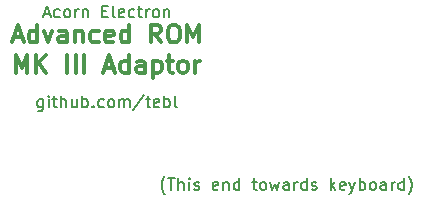
<source format=gto>
G04 #@! TF.FileFunction,Legend,Top*
%FSLAX46Y46*%
G04 Gerber Fmt 4.6, Leading zero omitted, Abs format (unit mm)*
G04 Created by KiCad (PCBNEW 4.0.7) date 09/13/19 11:52:28*
%MOMM*%
%LPD*%
G01*
G04 APERTURE LIST*
%ADD10C,0.100000*%
%ADD11C,0.150000*%
%ADD12C,0.300000*%
G04 APERTURE END LIST*
D10*
D11*
X129215238Y-83605714D02*
X129215238Y-84415238D01*
X129167619Y-84510476D01*
X129120000Y-84558095D01*
X129024761Y-84605714D01*
X128881904Y-84605714D01*
X128786666Y-84558095D01*
X129215238Y-84224762D02*
X129120000Y-84272381D01*
X128929523Y-84272381D01*
X128834285Y-84224762D01*
X128786666Y-84177143D01*
X128739047Y-84081905D01*
X128739047Y-83796190D01*
X128786666Y-83700952D01*
X128834285Y-83653333D01*
X128929523Y-83605714D01*
X129120000Y-83605714D01*
X129215238Y-83653333D01*
X129691428Y-84272381D02*
X129691428Y-83605714D01*
X129691428Y-83272381D02*
X129643809Y-83320000D01*
X129691428Y-83367619D01*
X129739047Y-83320000D01*
X129691428Y-83272381D01*
X129691428Y-83367619D01*
X130024761Y-83605714D02*
X130405713Y-83605714D01*
X130167618Y-83272381D02*
X130167618Y-84129524D01*
X130215237Y-84224762D01*
X130310475Y-84272381D01*
X130405713Y-84272381D01*
X130739047Y-84272381D02*
X130739047Y-83272381D01*
X131167619Y-84272381D02*
X131167619Y-83748571D01*
X131120000Y-83653333D01*
X131024762Y-83605714D01*
X130881904Y-83605714D01*
X130786666Y-83653333D01*
X130739047Y-83700952D01*
X132072381Y-83605714D02*
X132072381Y-84272381D01*
X131643809Y-83605714D02*
X131643809Y-84129524D01*
X131691428Y-84224762D01*
X131786666Y-84272381D01*
X131929524Y-84272381D01*
X132024762Y-84224762D01*
X132072381Y-84177143D01*
X132548571Y-84272381D02*
X132548571Y-83272381D01*
X132548571Y-83653333D02*
X132643809Y-83605714D01*
X132834286Y-83605714D01*
X132929524Y-83653333D01*
X132977143Y-83700952D01*
X133024762Y-83796190D01*
X133024762Y-84081905D01*
X132977143Y-84177143D01*
X132929524Y-84224762D01*
X132834286Y-84272381D01*
X132643809Y-84272381D01*
X132548571Y-84224762D01*
X133453333Y-84177143D02*
X133500952Y-84224762D01*
X133453333Y-84272381D01*
X133405714Y-84224762D01*
X133453333Y-84177143D01*
X133453333Y-84272381D01*
X134358095Y-84224762D02*
X134262857Y-84272381D01*
X134072380Y-84272381D01*
X133977142Y-84224762D01*
X133929523Y-84177143D01*
X133881904Y-84081905D01*
X133881904Y-83796190D01*
X133929523Y-83700952D01*
X133977142Y-83653333D01*
X134072380Y-83605714D01*
X134262857Y-83605714D01*
X134358095Y-83653333D01*
X134929523Y-84272381D02*
X134834285Y-84224762D01*
X134786666Y-84177143D01*
X134739047Y-84081905D01*
X134739047Y-83796190D01*
X134786666Y-83700952D01*
X134834285Y-83653333D01*
X134929523Y-83605714D01*
X135072381Y-83605714D01*
X135167619Y-83653333D01*
X135215238Y-83700952D01*
X135262857Y-83796190D01*
X135262857Y-84081905D01*
X135215238Y-84177143D01*
X135167619Y-84224762D01*
X135072381Y-84272381D01*
X134929523Y-84272381D01*
X135691428Y-84272381D02*
X135691428Y-83605714D01*
X135691428Y-83700952D02*
X135739047Y-83653333D01*
X135834285Y-83605714D01*
X135977143Y-83605714D01*
X136072381Y-83653333D01*
X136120000Y-83748571D01*
X136120000Y-84272381D01*
X136120000Y-83748571D02*
X136167619Y-83653333D01*
X136262857Y-83605714D01*
X136405714Y-83605714D01*
X136500952Y-83653333D01*
X136548571Y-83748571D01*
X136548571Y-84272381D01*
X137739047Y-83224762D02*
X136881904Y-84510476D01*
X137929523Y-83605714D02*
X138310475Y-83605714D01*
X138072380Y-83272381D02*
X138072380Y-84129524D01*
X138119999Y-84224762D01*
X138215237Y-84272381D01*
X138310475Y-84272381D01*
X139024762Y-84224762D02*
X138929524Y-84272381D01*
X138739047Y-84272381D01*
X138643809Y-84224762D01*
X138596190Y-84129524D01*
X138596190Y-83748571D01*
X138643809Y-83653333D01*
X138739047Y-83605714D01*
X138929524Y-83605714D01*
X139024762Y-83653333D01*
X139072381Y-83748571D01*
X139072381Y-83843810D01*
X138596190Y-83939048D01*
X139500952Y-84272381D02*
X139500952Y-83272381D01*
X139500952Y-83653333D02*
X139596190Y-83605714D01*
X139786667Y-83605714D01*
X139881905Y-83653333D01*
X139929524Y-83700952D01*
X139977143Y-83796190D01*
X139977143Y-84081905D01*
X139929524Y-84177143D01*
X139881905Y-84224762D01*
X139786667Y-84272381D01*
X139596190Y-84272381D01*
X139500952Y-84224762D01*
X140548571Y-84272381D02*
X140453333Y-84224762D01*
X140405714Y-84129524D01*
X140405714Y-83272381D01*
D12*
X126727143Y-78350000D02*
X127441429Y-78350000D01*
X126584286Y-78778571D02*
X127084286Y-77278571D01*
X127584286Y-78778571D01*
X128727143Y-78778571D02*
X128727143Y-77278571D01*
X128727143Y-78707143D02*
X128584286Y-78778571D01*
X128298572Y-78778571D01*
X128155714Y-78707143D01*
X128084286Y-78635714D01*
X128012857Y-78492857D01*
X128012857Y-78064286D01*
X128084286Y-77921429D01*
X128155714Y-77850000D01*
X128298572Y-77778571D01*
X128584286Y-77778571D01*
X128727143Y-77850000D01*
X129298572Y-77778571D02*
X129655715Y-78778571D01*
X130012857Y-77778571D01*
X131227143Y-78778571D02*
X131227143Y-77992857D01*
X131155714Y-77850000D01*
X131012857Y-77778571D01*
X130727143Y-77778571D01*
X130584286Y-77850000D01*
X131227143Y-78707143D02*
X131084286Y-78778571D01*
X130727143Y-78778571D01*
X130584286Y-78707143D01*
X130512857Y-78564286D01*
X130512857Y-78421429D01*
X130584286Y-78278571D01*
X130727143Y-78207143D01*
X131084286Y-78207143D01*
X131227143Y-78135714D01*
X131941429Y-77778571D02*
X131941429Y-78778571D01*
X131941429Y-77921429D02*
X132012857Y-77850000D01*
X132155715Y-77778571D01*
X132370000Y-77778571D01*
X132512857Y-77850000D01*
X132584286Y-77992857D01*
X132584286Y-78778571D01*
X133941429Y-78707143D02*
X133798572Y-78778571D01*
X133512858Y-78778571D01*
X133370000Y-78707143D01*
X133298572Y-78635714D01*
X133227143Y-78492857D01*
X133227143Y-78064286D01*
X133298572Y-77921429D01*
X133370000Y-77850000D01*
X133512858Y-77778571D01*
X133798572Y-77778571D01*
X133941429Y-77850000D01*
X135155714Y-78707143D02*
X135012857Y-78778571D01*
X134727143Y-78778571D01*
X134584286Y-78707143D01*
X134512857Y-78564286D01*
X134512857Y-77992857D01*
X134584286Y-77850000D01*
X134727143Y-77778571D01*
X135012857Y-77778571D01*
X135155714Y-77850000D01*
X135227143Y-77992857D01*
X135227143Y-78135714D01*
X134512857Y-78278571D01*
X136512857Y-78778571D02*
X136512857Y-77278571D01*
X136512857Y-78707143D02*
X136370000Y-78778571D01*
X136084286Y-78778571D01*
X135941428Y-78707143D01*
X135870000Y-78635714D01*
X135798571Y-78492857D01*
X135798571Y-78064286D01*
X135870000Y-77921429D01*
X135941428Y-77850000D01*
X136084286Y-77778571D01*
X136370000Y-77778571D01*
X136512857Y-77850000D01*
X139227143Y-78778571D02*
X138727143Y-78064286D01*
X138370000Y-78778571D02*
X138370000Y-77278571D01*
X138941428Y-77278571D01*
X139084286Y-77350000D01*
X139155714Y-77421429D01*
X139227143Y-77564286D01*
X139227143Y-77778571D01*
X139155714Y-77921429D01*
X139084286Y-77992857D01*
X138941428Y-78064286D01*
X138370000Y-78064286D01*
X140155714Y-77278571D02*
X140441428Y-77278571D01*
X140584286Y-77350000D01*
X140727143Y-77492857D01*
X140798571Y-77778571D01*
X140798571Y-78278571D01*
X140727143Y-78564286D01*
X140584286Y-78707143D01*
X140441428Y-78778571D01*
X140155714Y-78778571D01*
X140012857Y-78707143D01*
X139870000Y-78564286D01*
X139798571Y-78278571D01*
X139798571Y-77778571D01*
X139870000Y-77492857D01*
X140012857Y-77350000D01*
X140155714Y-77278571D01*
X141441429Y-78778571D02*
X141441429Y-77278571D01*
X141941429Y-78350000D01*
X142441429Y-77278571D01*
X142441429Y-78778571D01*
X126905714Y-81328571D02*
X126905714Y-79828571D01*
X127405714Y-80900000D01*
X127905714Y-79828571D01*
X127905714Y-81328571D01*
X128620000Y-81328571D02*
X128620000Y-79828571D01*
X129477143Y-81328571D02*
X128834286Y-80471429D01*
X129477143Y-79828571D02*
X128620000Y-80685714D01*
X131262857Y-81328571D02*
X131262857Y-79828571D01*
X131977143Y-81328571D02*
X131977143Y-79828571D01*
X132691429Y-81328571D02*
X132691429Y-79828571D01*
X134477143Y-80900000D02*
X135191429Y-80900000D01*
X134334286Y-81328571D02*
X134834286Y-79828571D01*
X135334286Y-81328571D01*
X136477143Y-81328571D02*
X136477143Y-79828571D01*
X136477143Y-81257143D02*
X136334286Y-81328571D01*
X136048572Y-81328571D01*
X135905714Y-81257143D01*
X135834286Y-81185714D01*
X135762857Y-81042857D01*
X135762857Y-80614286D01*
X135834286Y-80471429D01*
X135905714Y-80400000D01*
X136048572Y-80328571D01*
X136334286Y-80328571D01*
X136477143Y-80400000D01*
X137834286Y-81328571D02*
X137834286Y-80542857D01*
X137762857Y-80400000D01*
X137620000Y-80328571D01*
X137334286Y-80328571D01*
X137191429Y-80400000D01*
X137834286Y-81257143D02*
X137691429Y-81328571D01*
X137334286Y-81328571D01*
X137191429Y-81257143D01*
X137120000Y-81114286D01*
X137120000Y-80971429D01*
X137191429Y-80828571D01*
X137334286Y-80757143D01*
X137691429Y-80757143D01*
X137834286Y-80685714D01*
X138548572Y-80328571D02*
X138548572Y-81828571D01*
X138548572Y-80400000D02*
X138691429Y-80328571D01*
X138977143Y-80328571D01*
X139120000Y-80400000D01*
X139191429Y-80471429D01*
X139262858Y-80614286D01*
X139262858Y-81042857D01*
X139191429Y-81185714D01*
X139120000Y-81257143D01*
X138977143Y-81328571D01*
X138691429Y-81328571D01*
X138548572Y-81257143D01*
X139691429Y-80328571D02*
X140262858Y-80328571D01*
X139905715Y-79828571D02*
X139905715Y-81114286D01*
X139977143Y-81257143D01*
X140120001Y-81328571D01*
X140262858Y-81328571D01*
X140977144Y-81328571D02*
X140834286Y-81257143D01*
X140762858Y-81185714D01*
X140691429Y-81042857D01*
X140691429Y-80614286D01*
X140762858Y-80471429D01*
X140834286Y-80400000D01*
X140977144Y-80328571D01*
X141191429Y-80328571D01*
X141334286Y-80400000D01*
X141405715Y-80471429D01*
X141477144Y-80614286D01*
X141477144Y-81042857D01*
X141405715Y-81185714D01*
X141334286Y-81257143D01*
X141191429Y-81328571D01*
X140977144Y-81328571D01*
X142120001Y-81328571D02*
X142120001Y-80328571D01*
X142120001Y-80614286D02*
X142191429Y-80471429D01*
X142262858Y-80400000D01*
X142405715Y-80328571D01*
X142548572Y-80328571D01*
D11*
X139550475Y-91638333D02*
X139502855Y-91590714D01*
X139407617Y-91447857D01*
X139359998Y-91352619D01*
X139312379Y-91209762D01*
X139264760Y-90971667D01*
X139264760Y-90781190D01*
X139312379Y-90543095D01*
X139359998Y-90400238D01*
X139407617Y-90305000D01*
X139502855Y-90162143D01*
X139550475Y-90114524D01*
X139788570Y-90257381D02*
X140359999Y-90257381D01*
X140074284Y-91257381D02*
X140074284Y-90257381D01*
X140693332Y-91257381D02*
X140693332Y-90257381D01*
X141121904Y-91257381D02*
X141121904Y-90733571D01*
X141074285Y-90638333D01*
X140979047Y-90590714D01*
X140836189Y-90590714D01*
X140740951Y-90638333D01*
X140693332Y-90685952D01*
X141598094Y-91257381D02*
X141598094Y-90590714D01*
X141598094Y-90257381D02*
X141550475Y-90305000D01*
X141598094Y-90352619D01*
X141645713Y-90305000D01*
X141598094Y-90257381D01*
X141598094Y-90352619D01*
X142026665Y-91209762D02*
X142121903Y-91257381D01*
X142312379Y-91257381D01*
X142407618Y-91209762D01*
X142455237Y-91114524D01*
X142455237Y-91066905D01*
X142407618Y-90971667D01*
X142312379Y-90924048D01*
X142169522Y-90924048D01*
X142074284Y-90876429D01*
X142026665Y-90781190D01*
X142026665Y-90733571D01*
X142074284Y-90638333D01*
X142169522Y-90590714D01*
X142312379Y-90590714D01*
X142407618Y-90638333D01*
X144026666Y-91209762D02*
X143931428Y-91257381D01*
X143740951Y-91257381D01*
X143645713Y-91209762D01*
X143598094Y-91114524D01*
X143598094Y-90733571D01*
X143645713Y-90638333D01*
X143740951Y-90590714D01*
X143931428Y-90590714D01*
X144026666Y-90638333D01*
X144074285Y-90733571D01*
X144074285Y-90828810D01*
X143598094Y-90924048D01*
X144502856Y-90590714D02*
X144502856Y-91257381D01*
X144502856Y-90685952D02*
X144550475Y-90638333D01*
X144645713Y-90590714D01*
X144788571Y-90590714D01*
X144883809Y-90638333D01*
X144931428Y-90733571D01*
X144931428Y-91257381D01*
X145836190Y-91257381D02*
X145836190Y-90257381D01*
X145836190Y-91209762D02*
X145740952Y-91257381D01*
X145550475Y-91257381D01*
X145455237Y-91209762D01*
X145407618Y-91162143D01*
X145359999Y-91066905D01*
X145359999Y-90781190D01*
X145407618Y-90685952D01*
X145455237Y-90638333D01*
X145550475Y-90590714D01*
X145740952Y-90590714D01*
X145836190Y-90638333D01*
X146931428Y-90590714D02*
X147312380Y-90590714D01*
X147074285Y-90257381D02*
X147074285Y-91114524D01*
X147121904Y-91209762D01*
X147217142Y-91257381D01*
X147312380Y-91257381D01*
X147788571Y-91257381D02*
X147693333Y-91209762D01*
X147645714Y-91162143D01*
X147598095Y-91066905D01*
X147598095Y-90781190D01*
X147645714Y-90685952D01*
X147693333Y-90638333D01*
X147788571Y-90590714D01*
X147931429Y-90590714D01*
X148026667Y-90638333D01*
X148074286Y-90685952D01*
X148121905Y-90781190D01*
X148121905Y-91066905D01*
X148074286Y-91162143D01*
X148026667Y-91209762D01*
X147931429Y-91257381D01*
X147788571Y-91257381D01*
X148455238Y-90590714D02*
X148645714Y-91257381D01*
X148836191Y-90781190D01*
X149026667Y-91257381D01*
X149217143Y-90590714D01*
X150026667Y-91257381D02*
X150026667Y-90733571D01*
X149979048Y-90638333D01*
X149883810Y-90590714D01*
X149693333Y-90590714D01*
X149598095Y-90638333D01*
X150026667Y-91209762D02*
X149931429Y-91257381D01*
X149693333Y-91257381D01*
X149598095Y-91209762D01*
X149550476Y-91114524D01*
X149550476Y-91019286D01*
X149598095Y-90924048D01*
X149693333Y-90876429D01*
X149931429Y-90876429D01*
X150026667Y-90828810D01*
X150502857Y-91257381D02*
X150502857Y-90590714D01*
X150502857Y-90781190D02*
X150550476Y-90685952D01*
X150598095Y-90638333D01*
X150693333Y-90590714D01*
X150788572Y-90590714D01*
X151550477Y-91257381D02*
X151550477Y-90257381D01*
X151550477Y-91209762D02*
X151455239Y-91257381D01*
X151264762Y-91257381D01*
X151169524Y-91209762D01*
X151121905Y-91162143D01*
X151074286Y-91066905D01*
X151074286Y-90781190D01*
X151121905Y-90685952D01*
X151169524Y-90638333D01*
X151264762Y-90590714D01*
X151455239Y-90590714D01*
X151550477Y-90638333D01*
X151979048Y-91209762D02*
X152074286Y-91257381D01*
X152264762Y-91257381D01*
X152360001Y-91209762D01*
X152407620Y-91114524D01*
X152407620Y-91066905D01*
X152360001Y-90971667D01*
X152264762Y-90924048D01*
X152121905Y-90924048D01*
X152026667Y-90876429D01*
X151979048Y-90781190D01*
X151979048Y-90733571D01*
X152026667Y-90638333D01*
X152121905Y-90590714D01*
X152264762Y-90590714D01*
X152360001Y-90638333D01*
X153598096Y-91257381D02*
X153598096Y-90257381D01*
X153693334Y-90876429D02*
X153979049Y-91257381D01*
X153979049Y-90590714D02*
X153598096Y-90971667D01*
X154788573Y-91209762D02*
X154693335Y-91257381D01*
X154502858Y-91257381D01*
X154407620Y-91209762D01*
X154360001Y-91114524D01*
X154360001Y-90733571D01*
X154407620Y-90638333D01*
X154502858Y-90590714D01*
X154693335Y-90590714D01*
X154788573Y-90638333D01*
X154836192Y-90733571D01*
X154836192Y-90828810D01*
X154360001Y-90924048D01*
X155169525Y-90590714D02*
X155407620Y-91257381D01*
X155645716Y-90590714D02*
X155407620Y-91257381D01*
X155312382Y-91495476D01*
X155264763Y-91543095D01*
X155169525Y-91590714D01*
X156026668Y-91257381D02*
X156026668Y-90257381D01*
X156026668Y-90638333D02*
X156121906Y-90590714D01*
X156312383Y-90590714D01*
X156407621Y-90638333D01*
X156455240Y-90685952D01*
X156502859Y-90781190D01*
X156502859Y-91066905D01*
X156455240Y-91162143D01*
X156407621Y-91209762D01*
X156312383Y-91257381D01*
X156121906Y-91257381D01*
X156026668Y-91209762D01*
X157074287Y-91257381D02*
X156979049Y-91209762D01*
X156931430Y-91162143D01*
X156883811Y-91066905D01*
X156883811Y-90781190D01*
X156931430Y-90685952D01*
X156979049Y-90638333D01*
X157074287Y-90590714D01*
X157217145Y-90590714D01*
X157312383Y-90638333D01*
X157360002Y-90685952D01*
X157407621Y-90781190D01*
X157407621Y-91066905D01*
X157360002Y-91162143D01*
X157312383Y-91209762D01*
X157217145Y-91257381D01*
X157074287Y-91257381D01*
X158264764Y-91257381D02*
X158264764Y-90733571D01*
X158217145Y-90638333D01*
X158121907Y-90590714D01*
X157931430Y-90590714D01*
X157836192Y-90638333D01*
X158264764Y-91209762D02*
X158169526Y-91257381D01*
X157931430Y-91257381D01*
X157836192Y-91209762D01*
X157788573Y-91114524D01*
X157788573Y-91019286D01*
X157836192Y-90924048D01*
X157931430Y-90876429D01*
X158169526Y-90876429D01*
X158264764Y-90828810D01*
X158740954Y-91257381D02*
X158740954Y-90590714D01*
X158740954Y-90781190D02*
X158788573Y-90685952D01*
X158836192Y-90638333D01*
X158931430Y-90590714D01*
X159026669Y-90590714D01*
X159788574Y-91257381D02*
X159788574Y-90257381D01*
X159788574Y-91209762D02*
X159693336Y-91257381D01*
X159502859Y-91257381D01*
X159407621Y-91209762D01*
X159360002Y-91162143D01*
X159312383Y-91066905D01*
X159312383Y-90781190D01*
X159360002Y-90685952D01*
X159407621Y-90638333D01*
X159502859Y-90590714D01*
X159693336Y-90590714D01*
X159788574Y-90638333D01*
X160169526Y-91638333D02*
X160217145Y-91590714D01*
X160312383Y-91447857D01*
X160360002Y-91352619D01*
X160407621Y-91209762D01*
X160455240Y-90971667D01*
X160455240Y-90781190D01*
X160407621Y-90543095D01*
X160360002Y-90400238D01*
X160312383Y-90305000D01*
X160217145Y-90162143D01*
X160169526Y-90114524D01*
X129286665Y-76366667D02*
X129762856Y-76366667D01*
X129191427Y-76652381D02*
X129524760Y-75652381D01*
X129858094Y-76652381D01*
X130619999Y-76604762D02*
X130524761Y-76652381D01*
X130334284Y-76652381D01*
X130239046Y-76604762D01*
X130191427Y-76557143D01*
X130143808Y-76461905D01*
X130143808Y-76176190D01*
X130191427Y-76080952D01*
X130239046Y-76033333D01*
X130334284Y-75985714D01*
X130524761Y-75985714D01*
X130619999Y-76033333D01*
X131191427Y-76652381D02*
X131096189Y-76604762D01*
X131048570Y-76557143D01*
X131000951Y-76461905D01*
X131000951Y-76176190D01*
X131048570Y-76080952D01*
X131096189Y-76033333D01*
X131191427Y-75985714D01*
X131334285Y-75985714D01*
X131429523Y-76033333D01*
X131477142Y-76080952D01*
X131524761Y-76176190D01*
X131524761Y-76461905D01*
X131477142Y-76557143D01*
X131429523Y-76604762D01*
X131334285Y-76652381D01*
X131191427Y-76652381D01*
X131953332Y-76652381D02*
X131953332Y-75985714D01*
X131953332Y-76176190D02*
X132000951Y-76080952D01*
X132048570Y-76033333D01*
X132143808Y-75985714D01*
X132239047Y-75985714D01*
X132572380Y-75985714D02*
X132572380Y-76652381D01*
X132572380Y-76080952D02*
X132619999Y-76033333D01*
X132715237Y-75985714D01*
X132858095Y-75985714D01*
X132953333Y-76033333D01*
X133000952Y-76128571D01*
X133000952Y-76652381D01*
X134239047Y-76128571D02*
X134572381Y-76128571D01*
X134715238Y-76652381D02*
X134239047Y-76652381D01*
X134239047Y-75652381D01*
X134715238Y-75652381D01*
X135286666Y-76652381D02*
X135191428Y-76604762D01*
X135143809Y-76509524D01*
X135143809Y-75652381D01*
X136048572Y-76604762D02*
X135953334Y-76652381D01*
X135762857Y-76652381D01*
X135667619Y-76604762D01*
X135620000Y-76509524D01*
X135620000Y-76128571D01*
X135667619Y-76033333D01*
X135762857Y-75985714D01*
X135953334Y-75985714D01*
X136048572Y-76033333D01*
X136096191Y-76128571D01*
X136096191Y-76223810D01*
X135620000Y-76319048D01*
X136953334Y-76604762D02*
X136858096Y-76652381D01*
X136667619Y-76652381D01*
X136572381Y-76604762D01*
X136524762Y-76557143D01*
X136477143Y-76461905D01*
X136477143Y-76176190D01*
X136524762Y-76080952D01*
X136572381Y-76033333D01*
X136667619Y-75985714D01*
X136858096Y-75985714D01*
X136953334Y-76033333D01*
X137239048Y-75985714D02*
X137620000Y-75985714D01*
X137381905Y-75652381D02*
X137381905Y-76509524D01*
X137429524Y-76604762D01*
X137524762Y-76652381D01*
X137620000Y-76652381D01*
X137953334Y-76652381D02*
X137953334Y-75985714D01*
X137953334Y-76176190D02*
X138000953Y-76080952D01*
X138048572Y-76033333D01*
X138143810Y-75985714D01*
X138239049Y-75985714D01*
X138715239Y-76652381D02*
X138620001Y-76604762D01*
X138572382Y-76557143D01*
X138524763Y-76461905D01*
X138524763Y-76176190D01*
X138572382Y-76080952D01*
X138620001Y-76033333D01*
X138715239Y-75985714D01*
X138858097Y-75985714D01*
X138953335Y-76033333D01*
X139000954Y-76080952D01*
X139048573Y-76176190D01*
X139048573Y-76461905D01*
X139000954Y-76557143D01*
X138953335Y-76604762D01*
X138858097Y-76652381D01*
X138715239Y-76652381D01*
X139477144Y-75985714D02*
X139477144Y-76652381D01*
X139477144Y-76080952D02*
X139524763Y-76033333D01*
X139620001Y-75985714D01*
X139762859Y-75985714D01*
X139858097Y-76033333D01*
X139905716Y-76128571D01*
X139905716Y-76652381D01*
M02*

</source>
